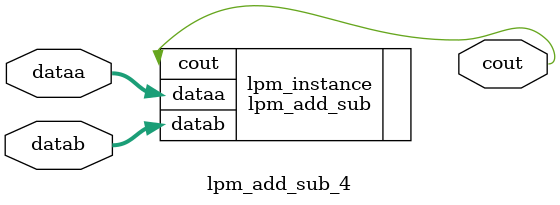
<source format=v>



module lpm_add_sub_4(dataa,datab,cout);
input [3:0] dataa;
input [3:0] datab;
output cout;

lpm_add_sub	lpm_instance(.dataa(dataa),.datab(datab),.cout(cout));
	defparam	lpm_instance.LPM_WIDTH = 4;

endmodule

</source>
